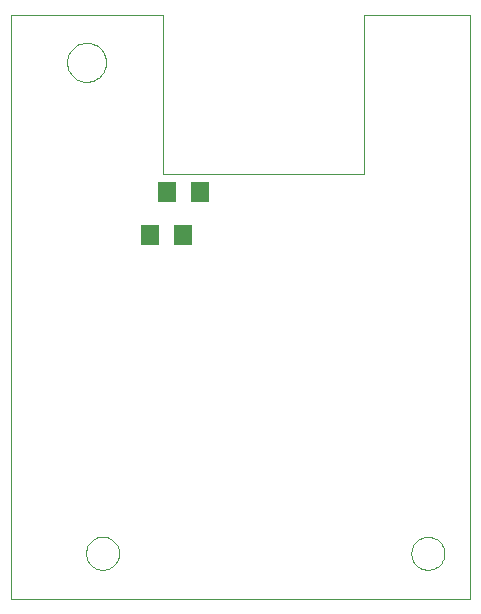
<source format=gbp>
G75*
G70*
%OFA0B0*%
%FSLAX24Y24*%
%IPPOS*%
%LPD*%
%AMOC8*
5,1,8,0,0,1.08239X$1,22.5*
%
%ADD10C,0.0000*%
%ADD11R,0.0630X0.0709*%
D10*
X000605Y000776D02*
X000605Y020264D01*
X005648Y020264D01*
X005648Y014949D01*
X012341Y014949D01*
X012341Y020264D01*
X015884Y020264D01*
X015884Y000776D01*
X000605Y000776D01*
X003090Y002312D02*
X003092Y002359D01*
X003098Y002405D01*
X003108Y002451D01*
X003121Y002496D01*
X003139Y002539D01*
X003160Y002581D01*
X003184Y002621D01*
X003212Y002658D01*
X003243Y002693D01*
X003277Y002726D01*
X003313Y002755D01*
X003352Y002781D01*
X003393Y002804D01*
X003436Y002823D01*
X003480Y002839D01*
X003525Y002851D01*
X003571Y002859D01*
X003618Y002863D01*
X003664Y002863D01*
X003711Y002859D01*
X003757Y002851D01*
X003802Y002839D01*
X003846Y002823D01*
X003889Y002804D01*
X003930Y002781D01*
X003969Y002755D01*
X004005Y002726D01*
X004039Y002693D01*
X004070Y002658D01*
X004098Y002621D01*
X004122Y002581D01*
X004143Y002539D01*
X004161Y002496D01*
X004174Y002451D01*
X004184Y002405D01*
X004190Y002359D01*
X004192Y002312D01*
X004190Y002265D01*
X004184Y002219D01*
X004174Y002173D01*
X004161Y002128D01*
X004143Y002085D01*
X004122Y002043D01*
X004098Y002003D01*
X004070Y001966D01*
X004039Y001931D01*
X004005Y001898D01*
X003969Y001869D01*
X003930Y001843D01*
X003889Y001820D01*
X003846Y001801D01*
X003802Y001785D01*
X003757Y001773D01*
X003711Y001765D01*
X003664Y001761D01*
X003618Y001761D01*
X003571Y001765D01*
X003525Y001773D01*
X003480Y001785D01*
X003436Y001801D01*
X003393Y001820D01*
X003352Y001843D01*
X003313Y001869D01*
X003277Y001898D01*
X003243Y001931D01*
X003212Y001966D01*
X003184Y002003D01*
X003160Y002043D01*
X003139Y002085D01*
X003121Y002128D01*
X003108Y002173D01*
X003098Y002219D01*
X003092Y002265D01*
X003090Y002312D01*
X013936Y002311D02*
X013938Y002358D01*
X013944Y002404D01*
X013954Y002450D01*
X013967Y002495D01*
X013985Y002538D01*
X014006Y002580D01*
X014030Y002620D01*
X014058Y002657D01*
X014089Y002692D01*
X014123Y002725D01*
X014159Y002754D01*
X014198Y002780D01*
X014239Y002803D01*
X014282Y002822D01*
X014326Y002838D01*
X014371Y002850D01*
X014417Y002858D01*
X014464Y002862D01*
X014510Y002862D01*
X014557Y002858D01*
X014603Y002850D01*
X014648Y002838D01*
X014692Y002822D01*
X014735Y002803D01*
X014776Y002780D01*
X014815Y002754D01*
X014851Y002725D01*
X014885Y002692D01*
X014916Y002657D01*
X014944Y002620D01*
X014968Y002580D01*
X014989Y002538D01*
X015007Y002495D01*
X015020Y002450D01*
X015030Y002404D01*
X015036Y002358D01*
X015038Y002311D01*
X015036Y002264D01*
X015030Y002218D01*
X015020Y002172D01*
X015007Y002127D01*
X014989Y002084D01*
X014968Y002042D01*
X014944Y002002D01*
X014916Y001965D01*
X014885Y001930D01*
X014851Y001897D01*
X014815Y001868D01*
X014776Y001842D01*
X014735Y001819D01*
X014692Y001800D01*
X014648Y001784D01*
X014603Y001772D01*
X014557Y001764D01*
X014510Y001760D01*
X014464Y001760D01*
X014417Y001764D01*
X014371Y001772D01*
X014326Y001784D01*
X014282Y001800D01*
X014239Y001819D01*
X014198Y001842D01*
X014159Y001868D01*
X014123Y001897D01*
X014089Y001930D01*
X014058Y001965D01*
X014030Y002002D01*
X014006Y002042D01*
X013985Y002084D01*
X013967Y002127D01*
X013954Y002172D01*
X013944Y002218D01*
X013938Y002264D01*
X013936Y002311D01*
X002455Y018676D02*
X002457Y018726D01*
X002463Y018776D01*
X002473Y018826D01*
X002486Y018874D01*
X002503Y018922D01*
X002524Y018968D01*
X002548Y019012D01*
X002576Y019054D01*
X002607Y019094D01*
X002641Y019131D01*
X002678Y019166D01*
X002717Y019197D01*
X002758Y019226D01*
X002802Y019251D01*
X002848Y019273D01*
X002895Y019291D01*
X002943Y019305D01*
X002992Y019316D01*
X003042Y019323D01*
X003092Y019326D01*
X003143Y019325D01*
X003193Y019320D01*
X003243Y019311D01*
X003291Y019299D01*
X003339Y019282D01*
X003385Y019262D01*
X003430Y019239D01*
X003473Y019212D01*
X003513Y019182D01*
X003551Y019149D01*
X003586Y019113D01*
X003619Y019074D01*
X003648Y019033D01*
X003674Y018990D01*
X003697Y018945D01*
X003716Y018898D01*
X003731Y018850D01*
X003743Y018801D01*
X003751Y018751D01*
X003755Y018701D01*
X003755Y018651D01*
X003751Y018601D01*
X003743Y018551D01*
X003731Y018502D01*
X003716Y018454D01*
X003697Y018407D01*
X003674Y018362D01*
X003648Y018319D01*
X003619Y018278D01*
X003586Y018239D01*
X003551Y018203D01*
X003513Y018170D01*
X003473Y018140D01*
X003430Y018113D01*
X003385Y018090D01*
X003339Y018070D01*
X003291Y018053D01*
X003243Y018041D01*
X003193Y018032D01*
X003143Y018027D01*
X003092Y018026D01*
X003042Y018029D01*
X002992Y018036D01*
X002943Y018047D01*
X002895Y018061D01*
X002848Y018079D01*
X002802Y018101D01*
X002758Y018126D01*
X002717Y018155D01*
X002678Y018186D01*
X002641Y018221D01*
X002607Y018258D01*
X002576Y018298D01*
X002548Y018340D01*
X002524Y018384D01*
X002503Y018430D01*
X002486Y018478D01*
X002473Y018526D01*
X002463Y018576D01*
X002457Y018626D01*
X002455Y018676D01*
D11*
X005780Y014365D03*
X006883Y014365D03*
X006337Y012932D03*
X005234Y012932D03*
M02*

</source>
